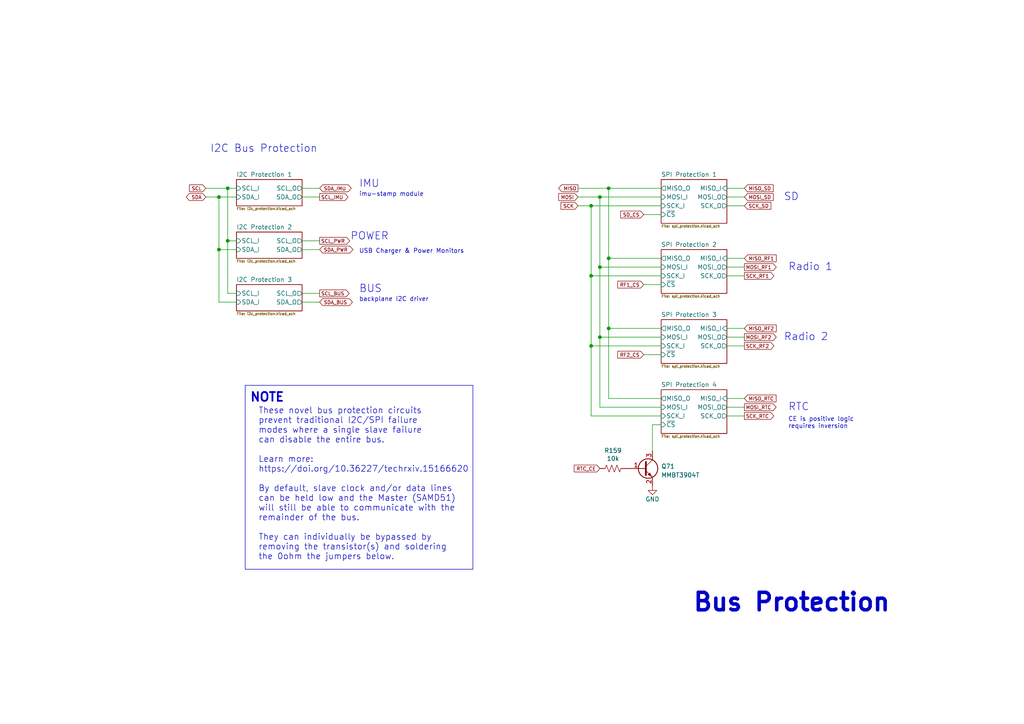
<source format=kicad_sch>
(kicad_sch (version 20230121) (generator eeschema)
  (paper "A4")
  (title_block (title "PyCubed Mainboard") (date "2021-06-09") (rev "v05c") (company "Sierra Lobo INC."))
  (lib_symbols
    (symbol "Device:Q_NPN_BEC" (pin_names (offset 0) hide)
      (property "Reference" "Q" (at 5.08 1.27 0))
      (property "Value" "Q_NPN_BEC" (at 5.08 -1.27 0))
      (symbol "Q_NPN_BEC_0_1"
        (polyline (pts (xy 0.635 0.635) (xy 2.54 2.54)))
        (polyline (pts (xy 0.635 -0.635) (xy 2.54 -2.54) (xy 2.54 -2.54)))
        (polyline (pts (xy 0.635 1.905) (xy 0.635 -1.905) (xy 0.635 -1.905)) (stroke (width 0.508)))
        (polyline (pts (xy 1.27 -1.778) (xy 1.778 -1.27) (xy 2.286 -2.286) (xy 1.27 -1.778) (xy 1.27 -1.778)) (fill (type outline)))
        (circle (center 1.27 0) (radius 2.8194) (stroke (width 0.254)))
      )
      (symbol "Q_NPN_BEC_1_1"
        (pin input line (at -5.08 0 0) (length 5.715) (name "B") (number "1"))
        (pin passive line (at 2.54 -5.08 90) (length 2.54) (name "E") (number "2"))
        (pin passive line (at 2.54 5.08 270) (length 2.54) (name "C") (number "3"))
      )
    )
    (symbol "Device:R_US" (pin_numbers hide) (pin_names (offset 0))
      (property "Reference" "R" (at 2.54 0 90))
      (property "Value" "R_US" (at -2.54 0 90))
      (symbol "R_US_0_1"
        (polyline (pts (xy 0 -2.286) (xy 0 -2.54)))
        (polyline (pts (xy 0 2.286) (xy 0 2.54)))
        (polyline (pts (xy 0 -0.762) (xy 1.016 -1.143) (xy 0 -1.524) (xy -1.016 -1.905) (xy 0 -2.286)))
        (polyline (pts (xy 0 0.762) (xy 1.016 0.381) (xy 0 0) (xy -1.016 -0.381) (xy 0 -0.762)))
        (polyline (pts (xy 0 2.286) (xy 1.016 1.905) (xy 0 1.524) (xy -1.016 1.143) (xy 0 0.762)))
      )
      (symbol "R_US_1_1"
        (pin passive line (at 0 3.81 270) (length 1.27) (name "~") (number "1"))
        (pin passive line (at 0 -3.81 90) (length 1.27) (name "~") (number "2"))
      )
    )
    (symbol "power:GND" (power) (pin_names (offset 0))
      (property "Value" "GND" (at 0 -3.81 0))
      (symbol "GND_0_1"
        (polyline (pts (xy 0 0) (xy 0 -1.27) (xy 1.27 -1.27) (xy 0 -2.54) (xy -1.27 -1.27) (xy 0 -1.27)))
      )
      (symbol "GND_1_1"
        (pin power_in line (at 0 0 270) (length 0) hide (name "GND") (number "1"))
      )
    )
  )
  (junction (at 171.45 80.01))
  (junction (at 173.99 57.15))
  (junction (at 63.5 57.15))
  (junction (at 66.04 54.61))
  (junction (at 176.53 54.61))
  (junction (at 176.53 95.25))
  (junction (at 171.45 100.33))
  (junction (at 171.45 59.69))
  (junction (at 66.04 69.85))
  (junction (at 176.53 74.93))
  (junction (at 173.99 77.47))
  (junction (at 63.5 72.39))
  (junction (at 173.99 97.79))
  (wire (pts (xy 87.63 72.39) (xy 92.71 72.39)))
  (wire (pts (xy 63.5 57.15) (xy 68.58 57.15)))
  (wire (pts (xy 87.63 57.15) (xy 92.71 57.15)))
  (wire (pts (xy 186.69 62.23) (xy 191.77 62.23)))
  (wire (pts (xy 191.77 95.25) (xy 176.53 95.25)))
  (wire (pts (xy 167.64 57.15) (xy 173.99 57.15)))
  (polyline (pts (xy 71.12 165.1) (xy 137.16 165.1)))
  (wire (pts (xy 189.23 123.19) (xy 191.77 123.19)))
  (wire (pts (xy 173.99 57.15) (xy 173.99 77.47)))
  (wire (pts (xy 171.45 100.33) (xy 171.45 80.01)))
  (wire (pts (xy 210.82 120.65) (xy 215.9 120.65)))
  (wire (pts (xy 171.45 59.69) (xy 191.77 59.69)))
  (wire (pts (xy 66.04 69.85) (xy 66.04 54.61)))
  (wire (pts (xy 66.04 85.09) (xy 68.58 85.09)))
  (wire (pts (xy 189.23 130.81) (xy 189.23 123.19)))
  (wire (pts (xy 68.58 69.85) (xy 66.04 69.85)))
  (wire (pts (xy 59.69 54.61) (xy 66.04 54.61)))
  (wire (pts (xy 87.63 87.63) (xy 92.71 87.63)))
  (polyline (pts (xy 137.16 165.1) (xy 137.16 111.76)))
  (wire (pts (xy 87.63 69.85) (xy 92.71 69.85)))
  (wire (pts (xy 210.82 77.47) (xy 215.9 77.47)))
  (wire (pts (xy 191.77 77.47) (xy 173.99 77.47)))
  (polyline (pts (xy 137.16 111.76) (xy 71.12 111.76)))
  (wire (pts (xy 210.82 80.01) (xy 215.9 80.01)))
  (wire (pts (xy 186.69 82.55) (xy 191.77 82.55)))
  (wire (pts (xy 176.53 115.57) (xy 176.53 95.25)))
  (wire (pts (xy 68.58 87.63) (xy 63.5 87.63)))
  (polyline (pts (xy 71.12 111.76) (xy 71.12 165.1)))
  (wire (pts (xy 191.77 74.93) (xy 176.53 74.93)))
  (wire (pts (xy 210.82 59.69) (xy 215.9 59.69)))
  (wire (pts (xy 210.82 97.79) (xy 215.9 97.79)))
  (wire (pts (xy 63.5 87.63) (xy 63.5 72.39)))
  (wire (pts (xy 210.82 57.15) (xy 215.9 57.15)))
  (wire (pts (xy 176.53 95.25) (xy 176.53 74.93)))
  (wire (pts (xy 63.5 72.39) (xy 68.58 72.39)))
  (wire (pts (xy 191.77 100.33) (xy 171.45 100.33)))
  (wire (pts (xy 210.82 100.33) (xy 215.9 100.33)))
  (wire (pts (xy 210.82 54.61) (xy 215.9 54.61)))
  (wire (pts (xy 171.45 120.65) (xy 171.45 100.33)))
  (wire (pts (xy 173.99 97.79) (xy 173.99 118.11)))
  (wire (pts (xy 210.82 115.57) (xy 215.9 115.57)))
  (wire (pts (xy 173.99 57.15) (xy 191.77 57.15)))
  (wire (pts (xy 66.04 69.85) (xy 66.04 85.09)))
  (wire (pts (xy 59.69 57.15) (xy 63.5 57.15)))
  (wire (pts (xy 66.04 54.61) (xy 68.58 54.61)))
  (wire (pts (xy 210.82 95.25) (xy 215.9 95.25)))
  (wire (pts (xy 167.64 59.69) (xy 171.45 59.69)))
  (wire (pts (xy 176.53 74.93) (xy 176.53 54.61)))
  (wire (pts (xy 191.77 80.01) (xy 171.45 80.01)))
  (wire (pts (xy 63.5 72.39) (xy 63.5 57.15)))
  (wire (pts (xy 210.82 118.11) (xy 215.9 118.11)))
  (wire (pts (xy 87.63 54.61) (xy 92.71 54.61)))
  (wire (pts (xy 173.99 77.47) (xy 173.99 97.79)))
  (wire (pts (xy 191.77 115.57) (xy 176.53 115.57)))
  (wire (pts (xy 210.82 74.93) (xy 215.9 74.93)))
  (wire (pts (xy 176.53 54.61) (xy 191.77 54.61)))
  (wire (pts (xy 191.77 118.11) (xy 173.99 118.11)))
  (wire (pts (xy 167.64 54.61) (xy 176.53 54.61)))
  (wire (pts (xy 87.63 85.09) (xy 92.71 85.09)))
  (wire (pts (xy 191.77 97.79) (xy 173.99 97.79)))
  (wire (pts (xy 171.45 80.01) (xy 171.45 59.69)))
  (wire (pts (xy 191.77 120.65) (xy 171.45 120.65)))
  (wire (pts (xy 186.69 102.87) (xy 191.77 102.87)))
  (text "BUS" (at 104.14 85.09 0) (effects (font (size 2.159 2.159)) (justify left bottom)))
  (text "backplane I2C driver" (at 104.14 87.63 0) (effects (font (size 1.27 1.27)) (justify left bottom)))
  (text "Radio 1" (at 228.6 78.74 0) (effects (font (size 2.159 2.159)) (justify left bottom)))
  (text "These novel bus protection circuits\nprevent traditional I2C/SPI failure \nmodes where a single slave failure\ncan disable the entire bus.\n\nLearn more: \nhttps://doi.org/10.36227/techrxiv.15166620\n\nBy default, slave clock and/or data lines \ncan be held low and the Master (SAMD51) \nwill still be able to communicate with the \nremainder of the bus.\n\nThey can individually be bypassed by \nremoving the transistor(s) and soldering\nthe 0ohm the jumpers below." (at 74.93 162.56 0) (effects (font (size 1.7526 1.7526)) (justify left bottom)))
  (text "CE is positive logic\nrequires inversion" (at 228.6 124.46 0) (effects (font (size 1.27 1.27)) (justify left bottom)))
  (text "Bus Protection" (at 200.66 177.8 0) (effects (font (size 5.08 5.08) (thickness 1.016) bold) (justify left bottom)))
  (text "NOTE" (at 72.39 116.84 0) (effects (font (size 2.54 2.54) (thickness 0.508) bold) (justify left bottom)))
  (text "I2C Bus Protection" (at 60.96 44.45 0) (effects (font (size 2.159 2.159)) (justify left bottom)))
  (text "RTC" (at 228.6 119.38 0) (effects (font (size 2.159 2.159)) (justify left bottom)))
  (text "USB Charger & Power Monitors" (at 104.14 73.66 0) (effects (font (size 1.27 1.27)) (justify left bottom)))
  (text "SD" (at 227.33 58.42 0) (effects (font (size 2.159 2.159)) (justify left bottom)))
  (text "IMU" (at 104.14 54.61 0) (effects (font (size 2.159 2.159)) (justify left bottom)))
  (text "imu-stamp module" (at 104.14 57.15 0) (effects (font (size 1.27 1.27)) (justify left bottom)))
  (text "POWER" (at 101.6 69.85 0) (effects (font (size 2.159 2.159)) (justify left bottom)))
  (text "Radio 2" (at 227.33 99.06 0) (effects (font (size 2.159 2.159)) (justify left bottom)))
  (global_label "SCK_RF2" (shape output) (at 215.9 100.33 0) (effects (font (size 1.016 1.016))) (property "Intersheetrefs" "${INTERSHEET_REFS}" (effects hide)))
  (global_label "MOSI_RF2" (shape output) (at 215.9 97.79 0) (effects (font (size 1.016 1.016))) (property "Intersheetrefs" "${INTERSHEET_REFS}" (effects hide)))
  (global_label "SDA_IMU" (shape bidirectional) (at 92.71 54.61 0) (effects (font (size 1.016 1.016))) (property "Intersheetrefs" "${INTERSHEET_REFS}" (effects hide)))
  (global_label "RTC_CE" (shape input) (at 173.99 135.89 180) (effects (font (size 1.016 1.016))) (property "Intersheetrefs" "${INTERSHEET_REFS}" (effects hide)))
  (global_label "MISO_SD" (shape input) (at 215.9 54.61 0) (effects (font (size 1.016 1.016))) (property "Intersheetrefs" "${INTERSHEET_REFS}" (effects hide)))
  (global_label "SDA_PWR" (shape bidirectional) (at 92.71 72.39 0) (effects (font (size 1.016 1.016))) (property "Intersheetrefs" "${INTERSHEET_REFS}" (effects hide)))
  (global_label "SDA" (shape bidirectional) (at 59.69 57.15 180) (effects (font (size 1.016 1.016))) (property "Intersheetrefs" "${INTERSHEET_REFS}" (effects hide)))
  (global_label "MISO_RF2" (shape input) (at 215.9 95.25 0) (effects (font (size 1.016 1.016))) (property "Intersheetrefs" "${INTERSHEET_REFS}" (effects hide)))
  (global_label "SCK_SD" (shape input) (at 215.9 59.69 0) (effects (font (size 1.016 1.016))) (property "Intersheetrefs" "${INTERSHEET_REFS}" (effects hide)))
  (global_label "SCL" (shape input) (at 59.69 54.61 180) (effects (font (size 1.016 1.016))) (property "Intersheetrefs" "${INTERSHEET_REFS}" (effects hide)))
  (global_label "SCK_RF1" (shape output) (at 215.9 80.01 0) (effects (font (size 1.016 1.016))) (property "Intersheetrefs" "${INTERSHEET_REFS}" (effects hide)))
  (global_label "SDA_BUS" (shape bidirectional) (at 92.71 87.63 0) (effects (font (size 1.016 1.016))) (property "Intersheetrefs" "${INTERSHEET_REFS}" (effects hide)))
  (global_label "MISO_RTC" (shape input) (at 215.9 115.57 0) (effects (font (size 1.016 1.016))) (property "Intersheetrefs" "${INTERSHEET_REFS}" (effects hide)))
  (global_label "MOSI_RF1" (shape output) (at 215.9 77.47 0) (effects (font (size 1.016 1.016))) (property "Intersheetrefs" "${INTERSHEET_REFS}" (effects hide)))
  (global_label "MISO_RF1" (shape input) (at 215.9 74.93 0) (effects (font (size 1.016 1.016))) (property "Intersheetrefs" "${INTERSHEET_REFS}" (effects hide)))
  (global_label "RF1_CS" (shape input) (at 186.69 82.55 180) (effects (font (size 1.016 1.016))) (property "Intersheetrefs" "${INTERSHEET_REFS}" (effects hide)))
  (global_label "SCL_BUS" (shape output) (at 92.71 85.09 0) (effects (font (size 1.016 1.016))) (property "Intersheetrefs" "${INTERSHEET_REFS}" (effects hide)))
  (global_label "SCL_IMU" (shape output) (at 92.71 57.15 0) (effects (font (size 1.016 1.016))) (property "Intersheetrefs" "${INTERSHEET_REFS}" (effects hide)))
  (global_label "MOSI" (shape input) (at 167.64 57.15 180) (effects (font (size 1.016 1.016))) (property "Intersheetrefs" "${INTERSHEET_REFS}" (effects hide)))
  (global_label "MISO" (shape output) (at 167.64 54.61 180) (effects (font (size 1.016 1.016))) (property "Intersheetrefs" "${INTERSHEET_REFS}" (effects hide)))
  (global_label "MOSI_SD" (shape input) (at 215.9 57.15 0) (effects (font (size 1.016 1.016))) (property "Intersheetrefs" "${INTERSHEET_REFS}" (effects hide)))
  (global_label "MOSI_RTC" (shape output) (at 215.9 118.11 0) (effects (font (size 1.016 1.016))) (property "Intersheetrefs" "${INTERSHEET_REFS}" (effects hide)))
  (global_label "SCK" (shape input) (at 167.64 59.69 180) (effects (font (size 1.016 1.016))) (property "Intersheetrefs" "${INTERSHEET_REFS}" (effects hide)))
  (global_label "SD_CS" (shape input) (at 186.69 62.23 180) (effects (font (size 1.016 1.016))) (property "Intersheetrefs" "${INTERSHEET_REFS}" (effects hide)))
  (global_label "SCL_PWR" (shape output) (at 92.71 69.85 0) (effects (font (size 1.016 1.016))) (property "Intersheetrefs" "${INTERSHEET_REFS}" (effects hide)))
  (global_label "RF2_CS" (shape input) (at 186.69 102.87 180) (effects (font (size 1.016 1.016))) (property "Intersheetrefs" "${INTERSHEET_REFS}" (effects hide)))
  (global_label "SCK_RTC" (shape output) (at 215.9 120.65 0) (effects (font (size 1.016 1.016))) (property "Intersheetrefs" "${INTERSHEET_REFS}" (effects hide)))
  (symbol (lib_id "Device:R_US") (at 177.8 135.89 270) (unit 1)
    (property "Reference" "R159" (at 177.8 130.683 90))
    (property "Value" "10k" (at 177.8 132.9944 90))
    (property "Footprint" "Resistor_SMD:R_0402_1005Metric" (effects hide))
    (property "Mfr. Part No" "RMCF0402FT10K0" (effects hide))
    (property "Manufacturer" "Stackpole Electronics" (effects hide))
  )
  (symbol (lib_id "Device:Q_NPN_BEC") (at 186.69 135.89 0) (unit 1)
    (property "Reference" "Q71" (at 191.77 135.255 0) (effects (justify left)))
    (property "Value" "MMBT3904T" (at 191.77 137.795 0) (effects (justify left)))
    (property "Footprint" "Package_TO_SOT_SMD:SOT-523" (effects hide))
    (property "Datasheet" "https://www.diodes.com/assets/Datasheets/ds30270.pdf" (effects hide))
    (property "Mfr. Part No" "MMBT3904T-7-F" (effects hide))
    (property "Manufacturer" "Diodes Incorporated" (effects hide))
    (instances (project "mainboard" (path "" (reference "Q71") (unit 1)) (path "" (reference "Q71") (unit 1)) (path "" (reference "Q39") (unit 1))))
  )
  (symbol (lib_id "power:GND") (at 189.23 140.97 0) (unit 1)
    (property "Reference" "#PWR0144" (effects hide))
    (property "Value" "GND" (at 189.23 144.78 0))
  )
  (sheet (at 191.77 52.07) (size 19.05 12.7) (stroke (width 0.1524))
    (property "Sheetname" "SPI Protection 1" (at 191.77 51.3584 0) (effects (justify left bottom)))
    (property "Sheetfile" "spi_protection.kicad_sch" (at 191.77 65.1514 0) (effects (font (size 0.762 0.762)) (justify left top)))
    (pin "MISO_I" input (at 210.82 54.61 0))
    (pin "MISO_O" output (at 191.77 54.61 180))
    (pin "~{CS}" input (at 191.77 62.23 180))
    (pin "MOSI_O" output (at 210.82 57.15 0))
    (pin "SCK_O" output (at 210.82 59.69 0))
    (pin "MOSI_I" input (at 191.77 57.15 180))
    (pin "SCK_I" input (at 191.77 59.69 180))
  )
  (sheet (at 191.77 72.39) (size 19.05 12.7) (stroke (width 0.1524))
    (property "Sheetname" "SPI Protection 2" (at 191.77 71.6784 0) (effects (justify left bottom)))
    (property "Sheetfile" "spi_protection.kicad_sch" (at 191.77 85.4714 0) (effects (font (size 0.762 0.762)) (justify left top)))
    (pin "MISO_I" input (at 210.82 74.93 0))
    (pin "MISO_O" output (at 191.77 74.93 180))
    (pin "~{CS}" input (at 191.77 82.55 180))
    (pin "MOSI_O" output (at 210.82 77.47 0))
    (pin "SCK_O" output (at 210.82 80.01 0))
    (pin "MOSI_I" input (at 191.77 77.47 180))
    (pin "SCK_I" input (at 191.77 80.01 180))
  )
  (sheet (at 68.58 67.31) (size 19.05 7.62) (stroke (width 0.1524))
    (property "Sheetname" "I2C Protection 2" (at 68.58 66.5984 0) (effects (justify left bottom)))
    (property "Sheetfile" "i2c_protection.kicad_sch" (at 68.58 75.3114 0) (effects (font (size 0.762 0.762)) (justify left top)))
    (pin "SCL_O" output (at 87.63 69.85 0))
    (pin "SCL_I" input (at 68.58 69.85 180))
    (pin "SDA_O" output (at 87.63 72.39 0))
    (pin "SDA_I" input (at 68.58 72.39 180))
  )
  (sheet (at 191.77 92.71) (size 19.05 12.7) (stroke (width 0.1524))
    (property "Sheetname" "SPI Protection 3" (at 191.77 91.9984 0) (effects (justify left bottom)))
    (property "Sheetfile" "spi_protection.kicad_sch" (at 191.77 105.7914 0) (effects (font (size 0.762 0.762)) (justify left top)))
    (pin "MISO_I" input (at 210.82 95.25 0))
    (pin "MISO_O" output (at 191.77 95.25 180))
    (pin "~{CS}" input (at 191.77 102.87 180))
    (pin "MOSI_O" output (at 210.82 97.79 0))
    (pin "SCK_O" output (at 210.82 100.33 0))
    (pin "MOSI_I" input (at 191.77 97.79 180))
    (pin "SCK_I" input (at 191.77 100.33 180))
  )
  (sheet (at 68.58 82.55) (size 19.05 7.62) (stroke (width 0.1524))
    (property "Sheetname" "I2C Protection 3" (at 68.58 81.8384 0) (effects (justify left bottom)))
    (property "Sheetfile" "i2c_protection.kicad_sch" (at 68.58 90.5514 0) (effects (font (size 0.762 0.762)) (justify left top)))
    (pin "SCL_O" output (at 87.63 85.09 0))
    (pin "SCL_I" input (at 68.58 85.09 180))
    (pin "SDA_O" output (at 87.63 87.63 0))
    (pin "SDA_I" input (at 68.58 87.63 180))
  )
  (sheet (at 68.58 52.07) (size 19.05 7.62) (stroke (width 0.1524))
    (property "Sheetname" "I2C Protection 1" (at 68.58 51.3584 0) (effects (justify left bottom)))
    (property "Sheetfile" "i2c_protection.kicad_sch" (at 68.58 60.0714 0) (effects (font (size 0.762 0.762)) (justify left top)))
    (pin "SCL_O" output (at 87.63 54.61 0))
    (pin "SCL_I" input (at 68.58 54.61 180))
    (pin "SDA_O" output (at 87.63 57.15 0))
    (pin "SDA_I" input (at 68.58 57.15 180))
  )
  (sheet (at 191.77 113.03) (size 19.05 12.7) (stroke (width 0.1524))
    (property "Sheetname" "SPI Protection 4" (at 191.77 112.3184 0) (effects (justify left bottom)))
    (property "Sheetfile" "spi_protection.kicad_sch" (at 191.77 126.1114 0) (effects (font (size 0.762 0.762)) (justify left top)))
    (pin "MISO_I" input (at 210.82 115.57 0))
    (pin "MISO_O" output (at 191.77 115.57 180))
    (pin "~{CS}" input (at 191.77 123.19 180))
    (pin "MOSI_O" output (at 210.82 118.11 0))
    (pin "SCK_O" output (at 210.82 120.65 0))
    (pin "MOSI_I" input (at 191.77 118.11 180))
    (pin "SCK_I" input (at 191.77 120.65 180))
  )
)
</source>
